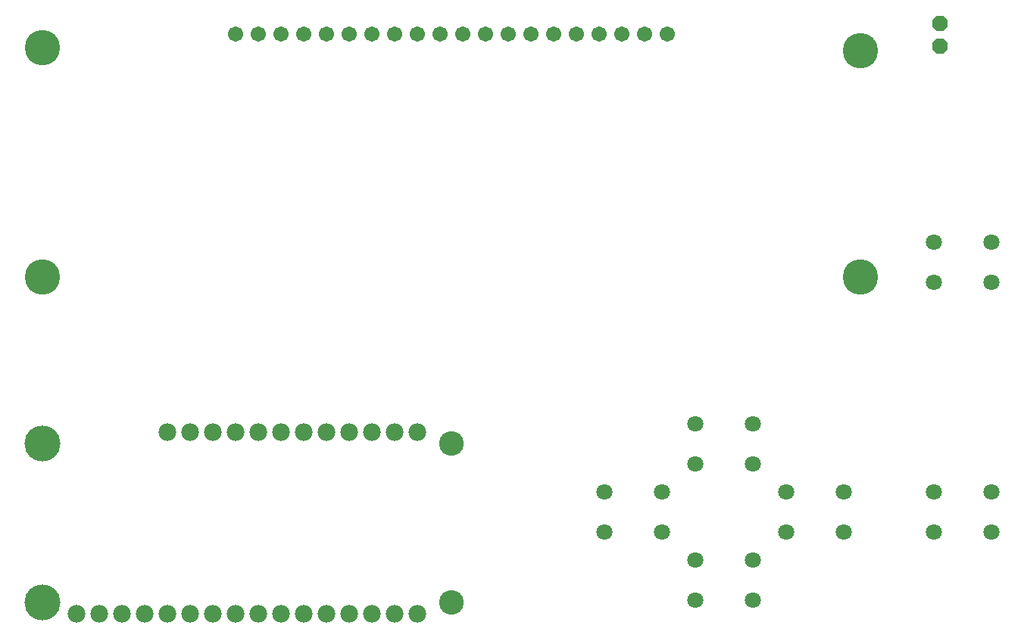
<source format=gbr>
G04 EAGLE Gerber RS-274X export*
G75*
%MOMM*%
%FSLAX34Y34*%
%LPD*%
%INSoldermask Top*%
%IPPOS*%
%AMOC8*
5,1,8,0,0,1.08239X$1,22.5*%
G01*
%ADD10C,1.711200*%
%ADD11C,3.953200*%
%ADD12C,2.743200*%
%ADD13C,4.013200*%
%ADD14C,1.981200*%
%ADD15P,1.852186X8X202.500000*%
%ADD16C,1.803200*%


D10*
X736600Y661200D03*
X711200Y661200D03*
X685800Y661200D03*
X660400Y661200D03*
X635000Y661200D03*
X609600Y661200D03*
X584200Y661200D03*
X558800Y661200D03*
X533400Y661200D03*
X508000Y661200D03*
X482600Y661200D03*
X457200Y661200D03*
X431800Y661200D03*
X406400Y661200D03*
X381000Y661200D03*
X355600Y661200D03*
X330200Y661200D03*
X304800Y661200D03*
X279400Y661200D03*
X254000Y661200D03*
D11*
X38300Y646200D03*
X38300Y389600D03*
X952300Y389600D03*
X952300Y643200D03*
D12*
X495300Y203200D03*
X495300Y25400D03*
D13*
X38100Y203200D03*
X38100Y25400D03*
D14*
X177800Y215900D03*
X203200Y215900D03*
X228600Y215900D03*
X254000Y215900D03*
X279400Y215900D03*
X304800Y215900D03*
X330200Y215900D03*
X355600Y215900D03*
X381000Y215900D03*
X406400Y215900D03*
X431800Y215900D03*
X457200Y215900D03*
X177800Y12700D03*
X203200Y12700D03*
X228600Y12700D03*
X254000Y12700D03*
X279400Y12700D03*
X304800Y12700D03*
X330200Y12700D03*
X355600Y12700D03*
X381000Y12700D03*
X406400Y12700D03*
X431800Y12700D03*
X457200Y12700D03*
X152400Y12700D03*
X127000Y12700D03*
X101600Y12700D03*
X76200Y12700D03*
D15*
X1041600Y647700D03*
X1041600Y673100D03*
D16*
X1034300Y428900D03*
X1034300Y383900D03*
X1099300Y428900D03*
X1099300Y383900D03*
X767600Y73300D03*
X767600Y28300D03*
X832600Y73300D03*
X832600Y28300D03*
X767600Y225700D03*
X767600Y180700D03*
X832600Y225700D03*
X832600Y180700D03*
X1034300Y149500D03*
X1034300Y104500D03*
X1099300Y149500D03*
X1099300Y104500D03*
X869200Y149500D03*
X869200Y104500D03*
X934200Y149500D03*
X934200Y104500D03*
X666000Y149500D03*
X666000Y104500D03*
X731000Y149500D03*
X731000Y104500D03*
M02*

</source>
